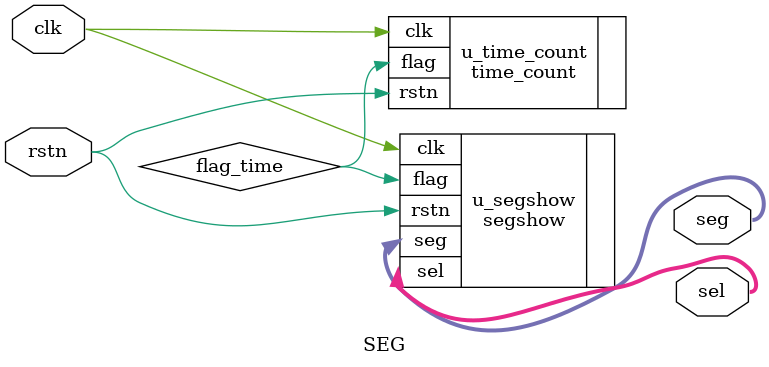
<source format=v>
module SEG (
    input   wire    clk     ,
    input   wire    rstn    ,

    output  wire    [7:0]   sel     ,
    output  wire    [7:0]   seg
);
    parameter   MAX_500ms   =   25'd2500_0000;

    wire     flag_time    ;

    time_count #(.MAX_500ms(MAX_500ms)) u_time_count(
        .clk    (clk)       ,
        .rstn   (rstn)      ,
        .flag   (flag_time) 
    );
    segshow u_segshow(
        .clk     (clk)          ,
        .rstn    (rstn)         ,  
        .flag    (flag_time)    , 
        .sel     (sel)          ,
        .seg     (seg)   
    );

endmodule //seg_top
</source>
